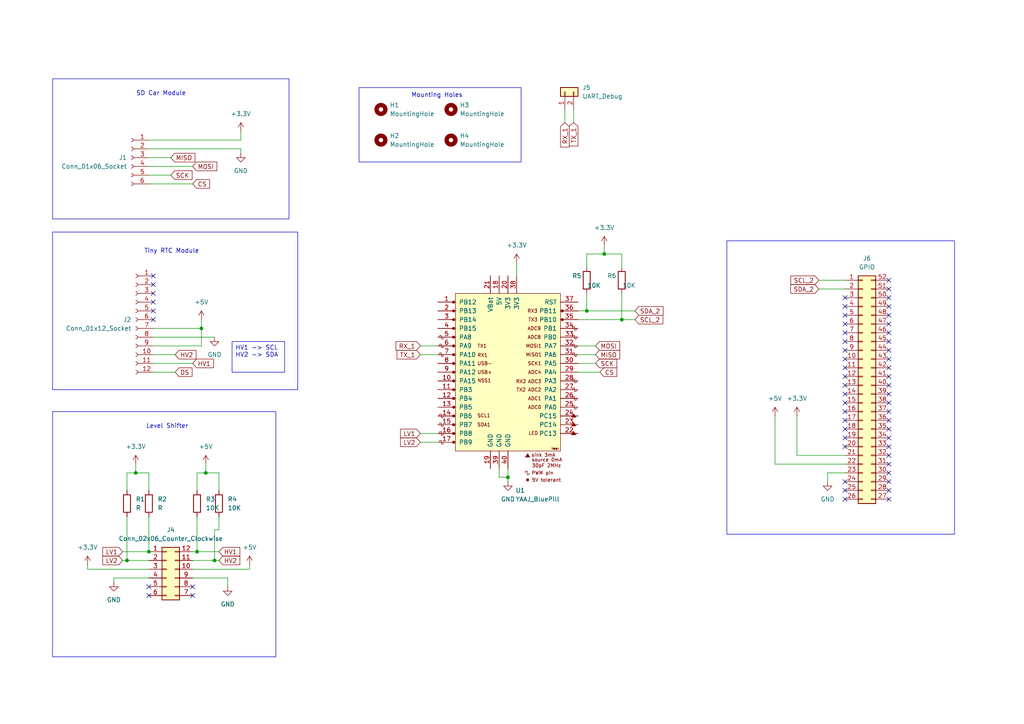
<source format=kicad_sch>
(kicad_sch (version 20231120) (generator "eeschema") (generator_version "8.0")
  (paper "A4")
  (lib_symbols
    (symbol "Connector:Conn_01x06_Socket" (pin_names (offset 1.016) hide)
      (property "Reference" "J" (at 0 7.62 0))
      (property "Value" "Conn_01x06_Socket" (at 0 -10.16 0))
      (symbol "Conn_01x06_Socket_1_1"
        (arc (start 0 -7.112) (mid -0.5058 -7.62) (end 0 -8.128) (stroke (width 0.1524)))
        (arc (start 0 -4.572) (mid -0.5058 -5.08) (end 0 -5.588) (stroke (width 0.1524)))
        (arc (start 0 -2.032) (mid -0.5058 -2.54) (end 0 -3.048) (stroke (width 0.1524)))
        (polyline (pts (xy -1.27 -7.62) (xy -0.508 -7.62)) (stroke (width 0.1524)))
        (polyline (pts (xy -1.27 -5.08) (xy -0.508 -5.08)) (stroke (width 0.1524)))
        (polyline (pts (xy -1.27 -2.54) (xy -0.508 -2.54)) (stroke (width 0.1524)))
        (polyline (pts (xy -1.27 0) (xy -0.508 0)) (stroke (width 0.1524)))
        (polyline (pts (xy -1.27 2.54) (xy -0.508 2.54)) (stroke (width 0.1524)))
        (polyline (pts (xy -1.27 5.08) (xy -0.508 5.08)) (stroke (width 0.1524)))
        (arc (start 0 0.508) (mid -0.5058 0) (end 0 -0.508) (stroke (width 0.1524)))
        (arc (start 0 3.048) (mid -0.5058 2.54) (end 0 2.032) (stroke (width 0.1524)))
        (arc (start 0 5.588) (mid -0.5058 5.08) (end 0 4.572) (stroke (width 0.1524)))
        (pin passive line (at -5.08 5.08 0) (length 3.81) (name "Pin_1") (number "1"))
        (pin passive line (at -5.08 2.54 0) (length 3.81) (name "Pin_2") (number "2"))
        (pin passive line (at -5.08 0 0) (length 3.81) (name "Pin_3") (number "3"))
        (pin passive line (at -5.08 -2.54 0) (length 3.81) (name "Pin_4") (number "4"))
        (pin passive line (at -5.08 -5.08 0) (length 3.81) (name "Pin_5") (number "5"))
        (pin passive line (at -5.08 -7.62 0) (length 3.81) (name "Pin_6") (number "6"))
      )
    )
    (symbol "Connector:Conn_01x12_Socket" (pin_names (offset 1.016) hide)
      (property "Reference" "J" (at 0 15.24 0))
      (property "Value" "Conn_01x12_Socket" (at 0 -17.78 0))
      (symbol "Conn_01x12_Socket_1_1"
        (arc (start 0 -14.732) (mid -0.5058 -15.24) (end 0 -15.748) (stroke (width 0.1524)))
        (arc (start 0 -12.192) (mid -0.5058 -12.7) (end 0 -13.208) (stroke (width 0.1524)))
        (arc (start 0 -9.652) (mid -0.5058 -10.16) (end 0 -10.668) (stroke (width 0.1524)))
        (arc (start 0 -7.112) (mid -0.5058 -7.62) (end 0 -8.128) (stroke (width 0.1524)))
        (arc (start 0 -4.572) (mid -0.5058 -5.08) (end 0 -5.588) (stroke (width 0.1524)))
        (arc (start 0 -2.032) (mid -0.5058 -2.54) (end 0 -3.048) (stroke (width 0.1524)))
        (polyline (pts (xy -1.27 -15.24) (xy -0.508 -15.24)) (stroke (width 0.1524)))
        (polyline (pts (xy -1.27 -12.7) (xy -0.508 -12.7)) (stroke (width 0.1524)))
        (polyline (pts (xy -1.27 -10.16) (xy -0.508 -10.16)) (stroke (width 0.1524)))
        (polyline (pts (xy -1.27 -7.62) (xy -0.508 -7.62)) (stroke (width 0.1524)))
        (polyline (pts (xy -1.27 -5.08) (xy -0.508 -5.08)) (stroke (width 0.1524)))
        (polyline (pts (xy -1.27 -2.54) (xy -0.508 -2.54)) (stroke (width 0.1524)))
        (polyline (pts (xy -1.27 0) (xy -0.508 0)) (stroke (width 0.1524)))
        (polyline (pts (xy -1.27 2.54) (xy -0.508 2.54)) (stroke (width 0.1524)))
        (polyline (pts (xy -1.27 5.08) (xy -0.508 5.08)) (stroke (width 0.1524)))
        (polyline (pts (xy -1.27 7.62) (xy -0.508 7.62)) (stroke (width 0.1524)))
        (polyline (pts (xy -1.27 10.16) (xy -0.508 10.16)) (stroke (width 0.1524)))
        (polyline (pts (xy -1.27 12.7) (xy -0.508 12.7)) (stroke (width 0.1524)))
        (arc (start 0 0.508) (mid -0.5058 0) (end 0 -0.508) (stroke (width 0.1524)))
        (arc (start 0 3.048) (mid -0.5058 2.54) (end 0 2.032) (stroke (width 0.1524)))
        (arc (start 0 5.588) (mid -0.5058 5.08) (end 0 4.572) (stroke (width 0.1524)))
        (arc (start 0 8.128) (mid -0.5058 7.62) (end 0 7.112) (stroke (width 0.1524)))
        (arc (start 0 10.668) (mid -0.5058 10.16) (end 0 9.652) (stroke (width 0.1524)))
        (arc (start 0 13.208) (mid -0.5058 12.7) (end 0 12.192) (stroke (width 0.1524)))
        (pin passive line (at -5.08 12.7 0) (length 3.81) (name "Pin_1") (number "1"))
        (pin passive line (at -5.08 -10.16 0) (length 3.81) (name "Pin_10") (number "10"))
        (pin passive line (at -5.08 -12.7 0) (length 3.81) (name "Pin_11") (number "11"))
        (pin passive line (at -5.08 -15.24 0) (length 3.81) (name "Pin_12") (number "12"))
        (pin passive line (at -5.08 10.16 0) (length 3.81) (name "Pin_2") (number "2"))
        (pin passive line (at -5.08 7.62 0) (length 3.81) (name "Pin_3") (number "3"))
        (pin passive line (at -5.08 5.08 0) (length 3.81) (name "Pin_4") (number "4"))
        (pin passive line (at -5.08 2.54 0) (length 3.81) (name "Pin_5") (number "5"))
        (pin passive line (at -5.08 0 0) (length 3.81) (name "Pin_6") (number "6"))
        (pin passive line (at -5.08 -2.54 0) (length 3.81) (name "Pin_7") (number "7"))
        (pin passive line (at -5.08 -5.08 0) (length 3.81) (name "Pin_8") (number "8"))
        (pin passive line (at -5.08 -7.62 0) (length 3.81) (name "Pin_9") (number "9"))
      )
    )
    (symbol "Connector_Generic:Conn_01x02" (pin_names (offset 1.016) hide)
      (property "Reference" "J" (at 0 2.54 0))
      (property "Value" "Conn_01x02" (at 0 -5.08 0))
      (symbol "Conn_01x02_1_1"
        (rectangle (start -1.27 -2.413) (end 0 -2.667) (stroke (width 0.1524)))
        (rectangle (start -1.27 0.127) (end 0 -0.127) (stroke (width 0.1524)))
        (rectangle (start -1.27 1.27) (end 1.27 -3.81) (stroke (width 0.254)) (fill (type background)))
        (pin passive line (at -5.08 0 0) (length 3.81) (name "Pin_1") (number "1"))
        (pin passive line (at -5.08 -2.54 0) (length 3.81) (name "Pin_2") (number "2"))
      )
    )
    (symbol "Connector_Generic:Conn_02x06_Counter_Clockwise" (pin_names (offset 1.016) hide)
      (property "Reference" "J" (at 1.27 7.62 0))
      (property "Value" "Conn_02x06_Counter_Clockwise" (at 1.27 -10.16 0))
      (symbol "Conn_02x06_Counter_Clockwise_1_1"
        (rectangle (start -1.27 -7.493) (end 0 -7.747) (stroke (width 0.1524)))
        (rectangle (start -1.27 -4.953) (end 0 -5.207) (stroke (width 0.1524)))
        (rectangle (start -1.27 -2.413) (end 0 -2.667) (stroke (width 0.1524)))
        (rectangle (start -1.27 0.127) (end 0 -0.127) (stroke (width 0.1524)))
        (rectangle (start -1.27 2.667) (end 0 2.413) (stroke (width 0.1524)))
        (rectangle (start -1.27 5.207) (end 0 4.953) (stroke (width 0.1524)))
        (rectangle (start -1.27 6.35) (end 3.81 -8.89) (stroke (width 0.254)) (fill (type background)))
        (rectangle (start 3.81 -7.493) (end 2.54 -7.747) (stroke (width 0.1524)))
        (rectangle (start 3.81 -4.953) (end 2.54 -5.207) (stroke (width 0.1524)))
        (rectangle (start 3.81 -2.413) (end 2.54 -2.667) (stroke (width 0.1524)))
        (rectangle (start 3.81 0.127) (end 2.54 -0.127) (stroke (width 0.1524)))
        (rectangle (start 3.81 2.667) (end 2.54 2.413) (stroke (width 0.1524)))
        (rectangle (start 3.81 5.207) (end 2.54 4.953) (stroke (width 0.1524)))
        (pin passive line (at -5.08 5.08 0) (length 3.81) (name "Pin_1") (number "1"))
        (pin passive line (at 7.62 0 180) (length 3.81) (name "Pin_10") (number "10"))
        (pin passive line (at 7.62 2.54 180) (length 3.81) (name "Pin_11") (number "11"))
        (pin passive line (at 7.62 5.08 180) (length 3.81) (name "Pin_12") (number "12"))
        (pin passive line (at -5.08 2.54 0) (length 3.81) (name "Pin_2") (number "2"))
        (pin passive line (at -5.08 0 0) (length 3.81) (name "Pin_3") (number "3"))
        (pin passive line (at -5.08 -2.54 0) (length 3.81) (name "Pin_4") (number "4"))
        (pin passive line (at -5.08 -5.08 0) (length 3.81) (name "Pin_5") (number "5"))
        (pin passive line (at -5.08 -7.62 0) (length 3.81) (name "Pin_6") (number "6"))
        (pin passive line (at 7.62 -7.62 180) (length 3.81) (name "Pin_7") (number "7"))
        (pin passive line (at 7.62 -5.08 180) (length 3.81) (name "Pin_8") (number "8"))
        (pin passive line (at 7.62 -2.54 180) (length 3.81) (name "Pin_9") (number "9"))
      )
    )
    (symbol "Connector_Generic:Conn_02x26_Counter_Clockwise" (pin_names (offset 1.016) hide)
      (property "Reference" "J" (at 1.27 33.02 0))
      (property "Value" "Conn_02x26_Counter_Clockwise" (at 1.27 -35.56 0))
      (symbol "Conn_02x26_Counter_Clockwise_1_1"
        (rectangle (start -1.27 -32.893) (end 0 -33.147) (stroke (width 0.1524)))
        (rectangle (start -1.27 -30.353) (end 0 -30.607) (stroke (width 0.1524)))
        (rectangle (start -1.27 -27.813) (end 0 -28.067) (stroke (width 0.1524)))
        (rectangle (start -1.27 -25.273) (end 0 -25.527) (stroke (width 0.1524)))
        (rectangle (start -1.27 -22.733) (end 0 -22.987) (stroke (width 0.1524)))
        (rectangle (start -1.27 -20.193) (end 0 -20.447) (stroke (width 0.1524)))
        (rectangle (start -1.27 -17.653) (end 0 -17.907) (stroke (width 0.1524)))
        (rectangle (start -1.27 -15.113) (end 0 -15.367) (stroke (width 0.1524)))
        (rectangle (start -1.27 -12.573) (end 0 -12.827) (stroke (width 0.1524)))
        (rectangle (start -1.27 -10.033) (end 0 -10.287) (stroke (width 0.1524)))
        (rectangle (start -1.27 -7.493) (end 0 -7.747) (stroke (width 0.1524)))
        (rectangle (start -1.27 -4.953) (end 0 -5.207) (stroke (width 0.1524)))
        (rectangle (start -1.27 -2.413) (end 0 -2.667) (stroke (width 0.1524)))
        (rectangle (start -1.27 0.127) (end 0 -0.127) (stroke (width 0.1524)))
        (rectangle (start -1.27 2.667) (end 0 2.413) (stroke (width 0.1524)))
        (rectangle (start -1.27 5.207) (end 0 4.953) (stroke (width 0.1524)))
        (rectangle (start -1.27 7.747) (end 0 7.493) (stroke (width 0.1524)))
        (rectangle (start -1.27 10.287) (end 0 10.033) (stroke (width 0.1524)))
        (rectangle (start -1.27 12.827) (end 0 12.573) (stroke (width 0.1524)))
        (rectangle (start -1.27 15.367) (end 0 15.113) (stroke (width 0.1524)))
        (rectangle (start -1.27 17.907) (end 0 17.653) (stroke (width 0.1524)))
        (rectangle (start -1.27 20.447) (end 0 20.193) (stroke (width 0.1524)))
        (rectangle (start -1.27 22.987) (end 0 22.733) (stroke (width 0.1524)))
        (rectangle (start -1.27 25.527) (end 0 25.273) (stroke (width 0.1524)))
        (rectangle (start -1.27 28.067) (end 0 27.813) (stroke (width 0.1524)))
        (rectangle (start -1.27 30.607) (end 0 30.353) (stroke (width 0.1524)))
        (rectangle (start -1.27 31.75) (end 3.81 -34.29) (stroke (width 0.254)) (fill (type background)))
        (rectangle (start 3.81 -32.893) (end 2.54 -33.147) (stroke (width 0.1524)))
        (rectangle (start 3.81 -30.353) (end 2.54 -30.607) (stroke (width 0.1524)))
        (rectangle (start 3.81 -27.813) (end 2.54 -28.067) (stroke (width 0.1524)))
        (rectangle (start 3.81 -25.273) (end 2.54 -25.527) (stroke (width 0.1524)))
        (rectangle (start 3.81 -22.733) (end 2.54 -22.987) (stroke (width 0.1524)))
        (rectangle (start 3.81 -20.193) (end 2.54 -20.447) (stroke (width 0.1524)))
        (rectangle (start 3.81 -17.653) (end 2.54 -17.907) (stroke (width 0.1524)))
        (rectangle (start 3.81 -15.113) (end 2.54 -15.367) (stroke (width 0.1524)))
        (rectangle (start 3.81 -12.573) (end 2.54 -12.827) (stroke (width 0.1524)))
        (rectangle (start 3.81 -10.033) (end 2.54 -10.287) (stroke (width 0.1524)))
        (rectangle (start 3.81 -7.493) (end 2.54 -7.747) (stroke (width 0.1524)))
        (rectangle (start 3.81 -4.953) (end 2.54 -5.207) (stroke (width 0.1524)))
        (rectangle (start 3.81 -2.413) (end 2.54 -2.667) (stroke (width 0.1524)))
        (rectangle (start 3.81 0.127) (end 2.54 -0.127) (stroke (width 0.1524)))
        (rectangle (start 3.81 2.667) (end 2.54 2.413) (stroke (width 0.1524)))
        (rectangle (start 3.81 5.207) (end 2.54 4.953) (stroke (width 0.1524)))
        (rectangle (start 3.81 7.747) (end 2.54 7.493) (stroke (width 0.1524)))
        (rectangle (start 3.81 10.287) (end 2.54 10.033) (stroke (width 0.1524)))
        (rectangle (start 3.81 12.827) (end 2.54 12.573) (stroke (width 0.1524)))
        (rectangle (start 3.81 15.367) (end 2.54 15.113) (stroke (width 0.1524)))
        (rectangle (start 3.81 17.907) (end 2.54 17.653) (stroke (width 0.1524)))
        (rectangle (start 3.81 20.447) (end 2.54 20.193) (stroke (width 0.1524)))
        (rectangle (start 3.81 22.987) (end 2.54 22.733) (stroke (width 0.1524)))
        (rectangle (start 3.81 25.527) (end 2.54 25.273) (stroke (width 0.1524)))
        (rectangle (start 3.81 28.067) (end 2.54 27.813) (stroke (width 0.1524)))
        (rectangle (start 3.81 30.607) (end 2.54 30.353) (stroke (width 0.1524)))
        (pin passive line (at -5.08 30.48 0) (length 3.81) (name "Pin_1") (number "1"))
        (pin passive line (at -5.08 7.62 0) (length 3.81) (name "Pin_10") (number "10"))
        (pin passive line (at -5.08 5.08 0) (length 3.81) (name "Pin_11") (number "11"))
        (pin passive line (at -5.08 2.54 0) (length 3.81) (name "Pin_12") (number "12"))
        (pin passive line (at -5.08 0 0) (length 3.81) (name "Pin_13") (number "13"))
        (pin passive line (at -5.08 -2.54 0) (length 3.81) (name "Pin_14") (number "14"))
        (pin passive line (at -5.08 -5.08 0) (length 3.81) (name "Pin_15") (number "15"))
        (pin passive line (at -5.08 -7.62 0) (length 3.81) (name "Pin_16") (number "16"))
        (pin passive line (at -5.08 -10.16 0) (length 3.81) (name "Pin_17") (number "17"))
        (pin passive line (at -5.08 -12.7 0) (length 3.81) (name "Pin_18") (number "18"))
        (pin passive line (at -5.08 -15.24 0) (length 3.81) (name "Pin_19") (number "19"))
        (pin passive line (at -5.08 27.94 0) (length 3.81) (name "Pin_2") (number "2"))
        (pin passive line (at -5.08 -17.78 0) (length 3.81) (name "Pin_20") (number "20"))
        (pin passive line (at -5.08 -20.32 0) (length 3.81) (name "Pin_21") (number "21"))
        (pin passive line (at -5.08 -22.86 0) (length 3.81) (name "Pin_22") (number "22"))
        (pin passive line (at -5.08 -25.4 0) (length 3.81) (name "Pin_23") (number "23"))
        (pin passive line (at -5.08 -27.94 0) (length 3.81) (name "Pin_24") (number "24"))
        (pin passive line (at -5.08 -30.48 0) (length 3.81) (name "Pin_25") (number "25"))
        (pin passive line (at -5.08 -33.02 0) (length 3.81) (name "Pin_26") (number "26"))
        (pin passive line (at 7.62 -33.02 180) (length 3.81) (name "Pin_27") (number "27"))
        (pin passive line (at 7.62 -30.48 180) (length 3.81) (name "Pin_28") (number "28"))
        (pin passive line (at 7.62 -27.94 180) (length 3.81) (name "Pin_29") (number "29"))
        (pin passive line (at -5.08 25.4 0) (length 3.81) (name "Pin_3") (number "3"))
        (pin passive line (at 7.62 -25.4 180) (length 3.81) (name "Pin_30") (number "30"))
        (pin passive line (at 7.62 -22.86 180) (length 3.81) (name "Pin_31") (number "31"))
        (pin passive line (at 7.62 -20.32 180) (length 3.81) (name "Pin_32") (number "32"))
        (pin passive line (at 7.62 -17.78 180) (length 3.81) (name "Pin_33") (number "33"))
        (pin passive line (at 7.62 -15.24 180) (length 3.81) (name "Pin_34") (number "34"))
        (pin passive line (at 7.62 -12.7 180) (length 3.81) (name "Pin_35") (number "35"))
        (pin passive line (at 7.62 -10.16 180) (length 3.81) (name "Pin_36") (number "36"))
        (pin passive line (at 7.62 -7.62 180) (length 3.81) (name "Pin_37") (number "37"))
        (pin passive line (at 7.62 -5.08 180) (length 3.81) (name "Pin_38") (number "38"))
        (pin passive line (at 7.62 -2.54 180) (length 3.81) (name "Pin_39") (number "39"))
        (pin passive line (at -5.08 22.86 0) (length 3.81) (name "Pin_4") (number "4"))
        (pin passive line (at 7.62 0 180) (length 3.81) (name "Pin_40") (number "40"))
        (pin passive line (at 7.62 2.54 180) (length 3.81) (name "Pin_41") (number "41"))
        (pin passive line (at 7.62 5.08 180) (length 3.81) (name "Pin_42") (number "42"))
        (pin passive line (at 7.62 7.62 180) (length 3.81) (name "Pin_43") (number "43"))
        (pin passive line (at 7.62 10.16 180) (length 3.81) (name "Pin_44") (number "44"))
        (pin passive line (at 7.62 12.7 180) (length 3.81) (name "Pin_45") (number "45"))
        (pin passive line (at 7.62 15.24 180) (length 3.81) (name "Pin_46") (number "46"))
        (pin passive line (at 7.62 17.78 180) (length 3.81) (name "Pin_47") (number "47"))
        (pin passive line (at 7.62 20.32 180) (length 3.81) (name "Pin_48") (number "48"))
        (pin passive line (at 7.62 22.86 180) (length 3.81) (name "Pin_49") (number "49"))
        (pin passive line (at -5.08 20.32 0) (length 3.81) (name "Pin_5") (number "5"))
        (pin passive line (at 7.62 25.4 180) (length 3.81) (name "Pin_50") (number "50"))
        (pin passive line (at 7.62 27.94 180) (length 3.81) (name "Pin_51") (number "51"))
        (pin passive line (at 7.62 30.48 180) (length 3.81) (name "Pin_52") (number "52"))
        (pin passive line (at -5.08 17.78 0) (length 3.81) (name "Pin_6") (number "6"))
        (pin passive line (at -5.08 15.24 0) (length 3.81) (name "Pin_7") (number "7"))
        (pin passive line (at -5.08 12.7 0) (length 3.81) (name "Pin_8") (number "8"))
        (pin passive line (at -5.08 10.16 0) (length 3.81) (name "Pin_9") (number "9"))
      )
    )
    (symbol "Device:R" (pin_numbers hide) (pin_names (offset 0))
      (property "Reference" "R" (at 2.032 0 90))
      (property "Value" "R" (at 0 0 90))
      (symbol "R_0_1"
        (rectangle (start -1.016 -2.54) (end 1.016 2.54) (stroke (width 0.254)))
      )
      (symbol "R_1_1"
        (pin passive line (at 0 3.81 270) (length 1.27) (name "~") (number "1"))
        (pin passive line (at 0 -3.81 90) (length 1.27) (name "~") (number "2"))
      )
    )
    (symbol "Mechanical:MountingHole" (pin_names (offset 1.016)) (exclude_from_sim yes) (in_bom no)
      (property "Reference" "H" (at 0 5.08 0))
      (property "Value" "MountingHole" (at 0 3.175 0))
      (symbol "MountingHole_0_1"
        (circle (center 0 0) (radius 1.27) (stroke (width 1.27)))
      )
    )
    (symbol "New_Library:YAAJ_BluePill" (pin_names (offset 1.016))
      (property "Reference" "U" (at -13.97 24.13 0))
      (property "Value" "YAAJ_BluePill" (at 0 6.35 90))
      (symbol "YAAJ_BluePill_0_0"
        (circle (center -15.748 -20.32) (radius 0.3556) (fill (type outline)))
        (circle (center -15.748 -17.78) (radius 0.3556) (fill (type outline)))
        (circle (center -15.748 -15.24) (radius 0.3556) (fill (type outline)))
        (circle (center -15.748 -12.7) (radius 0.3556) (fill (type outline)))
        (circle (center -15.748 -10.16) (radius 0.3556) (fill (type outline)))
        (circle (center -15.748 -7.62) (radius 0.3556) (fill (type outline)))
        (circle (center -15.748 -5.08) (radius 0.3556) (fill (type outline)))
        (circle (center -15.748 -2.54) (radius 0.3556) (fill (type outline)))
        (circle (center -15.748 0) (radius 0.3556) (fill (type outline)))
        (circle (center -15.748 2.54) (radius 0.3556) (fill (type outline)))
        (circle (center -15.748 5.08) (radius 0.3556) (fill (type outline)))
        (circle (center -15.748 7.62) (radius 0.3556) (fill (type outline)))
        (circle (center -15.748 10.16) (radius 0.3556) (fill (type outline)))
        (circle (center -15.748 12.7) (radius 0.3556) (fill (type outline)))
        (circle (center -15.748 15.24) (radius 0.3556) (fill (type outline)))
        (circle (center -15.748 20.32) (radius 0.3556) (fill (type outline)))
        (polyline (pts (xy 5.08 -24.638) (xy 5.715 -23.622) (xy 6.35 -24.638) (xy 5.08 -24.638) (xy 5.715 -23.749) (xy 6.223 -24.638) (xy 5.207 -24.511) (xy 5.715 -23.876) (xy 6.096 -24.638) (xy 5.334 -24.384) (xy 5.842 -24.003) (xy 5.969 -24.638) (xy 5.461 -24.257) (xy 5.969 -24.13) (xy 5.842 -24.511) (xy 5.588 -24.257) (xy 5.842 -24.384) (xy 5.715 -24.13)))
        (polyline (pts (xy 18.415 -18.161) (xy 19.05 -17.145) (xy 19.685 -18.161) (xy 18.415 -18.161) (xy 19.05 -17.272) (xy 19.558 -18.161) (xy 18.542 -18.034) (xy 19.05 -17.399) (xy 19.431 -18.161) (xy 18.669 -17.907) (xy 19.177 -17.526) (xy 19.304 -18.161) (xy 18.796 -17.78) (xy 19.304 -17.653) (xy 19.177 -18.034) (xy 18.923 -17.78) (xy 19.177 -17.907) (xy 19.05 -17.653)))
        (polyline (pts (xy 18.415 -15.621) (xy 19.05 -14.605) (xy 19.685 -15.621) (xy 18.415 -15.621) (xy 19.05 -14.732) (xy 19.558 -15.621) (xy 18.542 -15.494) (xy 19.05 -14.859) (xy 19.431 -15.621) (xy 18.669 -15.367) (xy 19.177 -14.986) (xy 19.304 -15.621) (xy 18.796 -15.24) (xy 19.304 -15.113) (xy 19.177 -15.494) (xy 18.923 -15.24) (xy 19.177 -15.367) (xy 19.05 -15.113)))
        (polyline (pts (xy 18.415 -13.081) (xy 19.05 -12.065) (xy 19.685 -13.081) (xy 18.415 -13.081) (xy 19.05 -12.192) (xy 19.558 -13.081) (xy 18.542 -12.954) (xy 19.05 -12.319) (xy 19.431 -13.081) (xy 18.669 -12.827) (xy 19.177 -12.446) (xy 19.304 -13.081) (xy 18.796 -12.7) (xy 19.304 -12.573) (xy 19.177 -12.954) (xy 18.923 -12.7) (xy 19.177 -12.827) (xy 19.05 -12.573)))
        (circle (center 5.715 -31.242) (radius 0.127) (fill (type outline)))
        (circle (center 5.715 -31.242) (radius 0.254))
        (circle (center 5.715 -31.242) (radius 0.3556))
        (circle (center 15.748 15.24) (radius 0.254) (fill (type outline)))
        (circle (center 15.748 15.24) (radius 0.3556))
        (circle (center 15.748 17.78) (radius 0.254) (fill (type outline)))
        (circle (center 15.748 17.78) (radius 0.3556))
        (text "30pF 2MHz" (at 11.176 -27.051 0) (effects (font (size 0.9906 0.9906))))
        (text "5V tolerant" (at 11.176 -31.242 0) (effects (font (size 0.9906 0.9906))))
        (text "ADC0" (at 7.747 -10.16 0) (effects (font (size 0.9906 0.9906))))
        (text "ADC1" (at 7.747 -7.62 0) (effects (font (size 0.9906 0.9906))))
        (text "ADC2" (at 7.747 -5.08 0) (effects (font (size 0.9906 0.9906))))
        (text "ADC3" (at 7.747 -2.667 0) (effects (font (size 0.9906 0.9906))))
        (text "ADC4" (at 7.747 0 0) (effects (font (size 0.9906 0.9906))))
        (text "ADC8" (at 7.62 10.16 0) (effects (font (size 0.9906 0.9906))))
        (text "ADC9" (at 7.62 12.7 0) (effects (font (size 0.9906 0.9906))))
        (text "LED" (at 7.366 -17.653 0) (effects (font (size 0.9906 0.9906))))
        (text "MISO1" (at 7.493 5.08 0) (effects (font (size 0.9906 0.9906))))
        (text "MOSI1" (at 7.493 7.62 0) (effects (font (size 0.9906 0.9906))))
        (text "NSS1" (at -6.858 -2.413 0) (effects (font (size 0.9906 0.9906))))
        (text "PWM pin" (at 10.033 -29.21 0) (effects (font (size 0.9906 0.9906))))
        (text "RX1" (at -7.366 4.953 0) (effects (font (size 0.9906 0.9906))))
        (text "RX2" (at 3.81 -2.667 0) (effects (font (size 0.9906 0.9906))))
        (text "RX3" (at 7.112 17.78 0) (effects (font (size 0.9906 0.9906))))
        (text "SCK1" (at 7.747 2.54 0) (effects (font (size 0.9906 0.9906))))
        (text "SCL1" (at -6.985 -12.573 0) (effects (font (size 0.9906 0.9906))))
        (text "SDA1" (at -6.985 -15.24 0) (effects (font (size 0.9906 0.9906))))
        (text "sink 3mA" (at 10.287 -24.003 0) (effects (font (size 0.9906 0.9906))))
        (text "source 0mA" (at 11.303 -25.4 0) (effects (font (size 0.9906 0.9906))))
        (text "TX1" (at -7.493 7.62 0) (effects (font (size 0.9906 0.9906))))
        (text "TX2" (at 3.81 -5.08 0) (effects (font (size 0.9906 0.9906))))
        (text "TX3" (at 7.239 15.24 0) (effects (font (size 0.9906 0.9906))))
        (text "USB+" (at -6.731 0 0) (effects (font (size 0.9906 0.9906))))
        (text "USB-" (at -6.731 2.54 0) (effects (font (size 0.9906 0.9906))))
        (text "Y@@J" (at 13.6906 -22.1488 0) (effects (font (size 0.508 0.508))))
      )
      (symbol "YAAJ_BluePill_0_1"
        (rectangle (start -15.24 22.86) (end 15.24 -22.86) (fill (type background)))
        (polyline (pts (xy -18.796 -20.32) (xy -18.796 -20.828) (xy -19.304 -20.828) (xy -19.304 -19.812) (xy -19.812 -19.812) (xy -19.812 -20.32)))
        (polyline (pts (xy -18.796 -17.78) (xy -18.796 -18.288) (xy -19.304 -18.288) (xy -19.304 -17.272) (xy -19.812 -17.272) (xy -19.812 -17.78)))
        (polyline (pts (xy -18.796 -15.24) (xy -18.796 -15.748) (xy -19.304 -15.748) (xy -19.304 -14.732) (xy -19.812 -14.732) (xy -19.812 -15.24)))
        (polyline (pts (xy -18.796 -12.7) (xy -18.796 -13.208) (xy -19.304 -13.208) (xy -19.304 -12.192) (xy -19.812 -12.192) (xy -19.812 -12.7)))
        (polyline (pts (xy -18.796 5.08) (xy -18.796 4.572) (xy -19.304 4.572) (xy -19.304 5.588) (xy -19.812 5.588) (xy -19.812 5.08)))
        (polyline (pts (xy -18.796 7.62) (xy -18.796 7.112) (xy -19.304 7.112) (xy -19.304 8.128) (xy -19.812 8.128) (xy -19.812 7.62)))
        (polyline (pts (xy -18.796 10.16) (xy -18.796 9.652) (xy -19.304 9.652) (xy -19.304 10.668) (xy -19.812 10.668) (xy -19.812 10.16)))
        (polyline (pts (xy 6.096 -29.21) (xy 6.096 -29.718) (xy 5.588 -29.718) (xy 5.588 -28.702) (xy 5.08 -28.702) (xy 5.08 -29.21)))
        (polyline (pts (xy 19.812 -10.16) (xy 19.812 -10.668) (xy 19.304 -10.668) (xy 19.304 -9.652) (xy 18.796 -9.652) (xy 18.796 -10.16)))
        (polyline (pts (xy 19.812 -7.62) (xy 19.812 -8.128) (xy 19.304 -8.128) (xy 19.304 -7.112) (xy 18.796 -7.112) (xy 18.796 -7.62)))
        (polyline (pts (xy 19.812 -5.08) (xy 19.812 -5.588) (xy 19.304 -5.588) (xy 19.304 -4.572) (xy 18.796 -4.572) (xy 18.796 -5.08)))
        (polyline (pts (xy 19.812 -2.54) (xy 19.812 -3.048) (xy 19.304 -3.048) (xy 19.304 -2.032) (xy 18.796 -2.032) (xy 18.796 -2.54)))
        (polyline (pts (xy 19.812 5.08) (xy 19.812 4.572) (xy 19.304 4.572) (xy 19.304 5.588) (xy 18.796 5.588) (xy 18.796 5.08)))
        (polyline (pts (xy 19.812 7.62) (xy 19.812 7.112) (xy 19.304 7.112) (xy 19.304 8.128) (xy 18.796 8.128) (xy 18.796 7.62)))
        (polyline (pts (xy 19.812 10.16) (xy 19.812 9.652) (xy 19.304 9.652) (xy 19.304 10.668) (xy 18.796 10.668) (xy 18.796 10.16)))
        (polyline (pts (xy 19.812 12.7) (xy 19.812 12.192) (xy 19.304 12.192) (xy 19.304 13.208) (xy 18.796 13.208) (xy 18.796 12.7)))
      )
      (symbol "YAAJ_BluePill_1_1"
        (circle (center -15.748 17.78) (radius 0.3556) (fill (type outline)))
        (pin bidirectional line (at -20.32 20.32 0) (length 5.08) (name "PB12") (number "1"))
        (pin bidirectional line (at -20.32 -2.54 0) (length 5.08) (name "PA15") (number "10"))
        (pin bidirectional line (at -20.32 -5.08 0) (length 5.08) (name "PB3") (number "11"))
        (pin bidirectional line (at -20.32 -7.62 0) (length 5.08) (name "PB4") (number "12"))
        (pin bidirectional line (at -20.32 -10.16 0) (length 5.08) (name "PB5") (number "13"))
        (pin bidirectional line (at -20.32 -12.7 0) (length 5.08) (name "PB6") (number "14"))
        (pin bidirectional line (at -20.32 -15.24 0) (length 5.08) (name "PB7") (number "15"))
        (pin bidirectional line (at -20.32 -17.78 0) (length 5.08) (name "PB8") (number "16"))
        (pin bidirectional line (at -20.32 -20.32 0) (length 5.08) (name "PB9") (number "17"))
        (pin power_in line (at -2.54 27.94 270) (length 5.08) (name "5V") (number "18"))
        (pin power_in line (at -5.08 -27.94 90) (length 5.08) (name "GND") (number "19"))
        (pin bidirectional line (at -20.32 17.78 0) (length 5.08) (name "PB13") (number "2"))
        (pin power_in line (at 0 27.94 270) (length 5.08) (name "3V3") (number "20"))
        (pin power_in line (at -5.08 27.94 270) (length 5.08) (name "VBat") (number "21"))
        (pin bidirectional line (at 20.32 -17.78 180) (length 5.08) (name "PC13") (number "22"))
        (pin bidirectional line (at 20.32 -15.24 180) (length 5.08) (name "PC14") (number "23"))
        (pin bidirectional line (at 20.32 -12.7 180) (length 5.08) (name "PC15") (number "24"))
        (pin bidirectional line (at 20.32 -10.16 180) (length 5.08) (name "PA0") (number "25"))
        (pin bidirectional line (at 20.32 -7.62 180) (length 5.08) (name "PA1") (number "26"))
        (pin bidirectional line (at 20.32 -5.08 180) (length 5.08) (name "PA2") (number "27"))
        (pin bidirectional line (at 20.32 -2.54 180) (length 5.08) (name "PA3") (number "28"))
        (pin bidirectional line (at 20.32 0 180) (length 5.08) (name "PA4") (number "29"))
        (pin bidirectional line (at -20.32 15.24 0) (length 5.08) (name "PB14") (number "3"))
        (pin bidirectional line (at 20.32 2.54 180) (length 5.08) (name "PA5") (number "30"))
        (pin bidirectional line (at 20.32 5.08 180) (length 5.08) (name "PA6") (number "31"))
        (pin bidirectional line (at 20.32 7.62 180) (length 5.08) (name "PA7") (number "32"))
        (pin bidirectional line (at 20.32 10.16 180) (length 5.08) (name "PB0") (number "33"))
        (pin bidirectional line (at 20.32 12.7 180) (length 5.08) (name "PB1") (number "34"))
        (pin bidirectional line (at 20.32 15.24 180) (length 5.08) (name "PB10") (number "35"))
        (pin bidirectional line (at 20.32 17.78 180) (length 5.08) (name "PB11") (number "36"))
        (pin input line (at 20.32 20.32 180) (length 5.08) (name "RST") (number "37"))
        (pin power_in line (at 2.54 27.94 270) (length 5.08) (name "3V3") (number "38"))
        (pin power_in line (at -2.54 -27.94 90) (length 5.08) (name "GND") (number "39"))
        (pin bidirectional line (at -20.32 12.7 0) (length 5.08) (name "PB15") (number "4"))
        (pin power_in line (at 0 -27.94 90) (length 5.08) (name "GND") (number "40"))
        (pin bidirectional line (at -20.32 10.16 0) (length 5.08) (name "PA8") (number "5"))
        (pin bidirectional line (at -20.32 7.62 0) (length 5.08) (name "PA9") (number "6"))
        (pin bidirectional line (at -20.32 5.08 0) (length 5.08) (name "PA10") (number "7"))
        (pin bidirectional line (at -20.32 2.54 0) (length 5.08) (name "PA11") (number "8"))
        (pin bidirectional line (at -20.32 0 0) (length 5.08) (name "PA12") (number "9"))
      )
    )
    (symbol "power:+3.3V" (power) (pin_numbers hide) (pin_names (offset 0) hide)
      (property "Value" "+3.3V" (at 0 3.556 0))
      (symbol "+3.3V_0_1"
        (polyline (pts (xy -0.762 1.27) (xy 0 2.54)))
        (polyline (pts (xy 0 0) (xy 0 2.54)))
        (polyline (pts (xy 0 2.54) (xy 0.762 1.27)))
      )
      (symbol "+3.3V_1_1"
        (pin power_in line (at 0 0 90) (length 0) (name "~") (number "1"))
      )
    )
    (symbol "power:+5V" (power) (pin_numbers hide) (pin_names (offset 0) hide)
      (property "Value" "+5V" (at 0 3.556 0))
      (symbol "+5V_0_1"
        (polyline (pts (xy -0.762 1.27) (xy 0 2.54)))
        (polyline (pts (xy 0 0) (xy 0 2.54)))
        (polyline (pts (xy 0 2.54) (xy 0.762 1.27)))
      )
      (symbol "+5V_1_1"
        (pin power_in line (at 0 0 90) (length 0) (name "~") (number "1"))
      )
    )
    (symbol "power:GND" (power) (pin_numbers hide) (pin_names (offset 0) hide)
      (property "Value" "GND" (at 0 -3.81 0))
      (symbol "GND_0_1"
        (polyline (pts (xy 0 0) (xy 0 -1.27) (xy 1.27 -1.27) (xy 0 -2.54) (xy -1.27 -1.27) (xy 0 -1.27)))
      )
      (symbol "GND_1_1"
        (pin power_in line (at 0 0 270) (length 0) (name "~") (number "1"))
      )
    )
  )
  (junction (at 175.26 73.66))
  (junction (at 39.37 137.16))
  (junction (at 170.18 90.17))
  (junction (at 180.34 92.71))
  (junction (at 58.42 95.25))
  (junction (at 43.18 160.02))
  (junction (at 62.23 162.56))
  (junction (at 57.15 160.02))
  (junction (at 147.32 138.43))
  (junction (at 36.83 162.56))
  (junction (at 59.69 137.16))
  (no_connect (at 245.11 116.84))
  (no_connect (at 257.81 81.28))
  (no_connect (at 245.11 142.24))
  (no_connect (at 257.81 121.92))
  (no_connect (at 245.11 124.46))
  (no_connect (at 257.81 139.7))
  (no_connect (at 245.11 91.44))
  (no_connect (at 44.45 90.17))
  (no_connect (at 257.81 93.98))
  (no_connect (at 44.45 82.55))
  (no_connect (at 257.81 91.44))
  (no_connect (at 55.88 172.72))
  (no_connect (at 257.81 104.14))
  (no_connect (at 257.81 111.76))
  (no_connect (at 245.11 121.92))
  (no_connect (at 257.81 116.84))
  (no_connect (at 245.11 127))
  (no_connect (at 257.81 129.54))
  (no_connect (at 257.81 109.22))
  (no_connect (at 257.81 99.06))
  (no_connect (at 257.81 106.68))
  (no_connect (at 55.88 170.18))
  (no_connect (at 245.11 129.54))
  (no_connect (at 245.11 104.14))
  (no_connect (at 257.81 137.16))
  (no_connect (at 257.81 119.38))
  (no_connect (at 245.11 93.98))
  (no_connect (at 245.11 101.6))
  (no_connect (at 44.45 92.71))
  (no_connect (at 245.11 109.22))
  (no_connect (at 257.81 86.36))
  (no_connect (at 245.11 114.3))
  (no_connect (at 257.81 134.62))
  (no_connect (at 245.11 88.9))
  (no_connect (at 245.11 86.36))
  (no_connect (at 257.81 88.9))
  (no_connect (at 257.81 132.08))
  (no_connect (at 245.11 99.06))
  (no_connect (at 245.11 96.52))
  (no_connect (at 44.45 80.01))
  (no_connect (at 257.81 114.3))
  (no_connect (at 257.81 101.6))
  (no_connect (at 44.45 87.63))
  (no_connect (at 43.18 170.18))
  (no_connect (at 257.81 124.46))
  (no_connect (at 257.81 83.82))
  (no_connect (at 43.18 172.72))
  (no_connect (at 257.81 96.52))
  (no_connect (at 257.81 127))
  (no_connect (at 245.11 111.76))
  (no_connect (at 245.11 144.78))
  (no_connect (at 245.11 139.7))
  (no_connect (at 245.11 106.68))
  (no_connect (at 257.81 144.78))
  (no_connect (at 245.11 119.38))
  (no_connect (at 257.81 142.24))
  (no_connect (at 44.45 85.09))
  (wire (pts (xy 149.86 76.2) (xy 149.86 80.01)))
  (wire (pts (xy 59.69 137.16) (xy 63.5 137.16)))
  (wire (pts (xy 35.56 160.02) (xy 43.18 160.02)))
  (wire (pts (xy 44.45 100.33) (xy 58.42 100.33)))
  (wire (pts (xy 43.18 48.26) (xy 55.88 48.26)))
  (wire (pts (xy 44.45 105.41) (xy 55.88 105.41)))
  (wire (pts (xy 224.79 134.62) (xy 245.11 134.62)))
  (wire (pts (xy 144.78 135.89) (xy 144.78 138.43)))
  (wire (pts (xy 43.18 50.8) (xy 49.53 50.8)))
  (wire (pts (xy 144.78 138.43) (xy 147.32 138.43)))
  (wire (pts (xy 69.85 43.18) (xy 69.85 44.45)))
  (wire (pts (xy 237.49 81.28) (xy 245.11 81.28)))
  (wire (pts (xy 55.88 160.02) (xy 57.15 160.02)))
  (wire (pts (xy 44.45 95.25) (xy 58.42 95.25)))
  (wire (pts (xy 44.45 97.79) (xy 62.23 97.79)))
  (wire (pts (xy 57.15 137.16) (xy 59.69 137.16)))
  (wire (pts (xy 57.15 160.02) (xy 63.5 160.02)))
  (wire (pts (xy 35.56 162.56) (xy 36.83 162.56)))
  (wire (pts (xy 121.92 125.73) (xy 127 125.73)))
  (wire (pts (xy 36.83 142.24) (xy 36.83 137.16)))
  (wire (pts (xy 175.26 71.12) (xy 175.26 73.66)))
  (wire (pts (xy 167.64 107.95) (xy 173.99 107.95)))
  (wire (pts (xy 121.92 100.33) (xy 127 100.33)))
  (wire (pts (xy 121.92 102.87) (xy 127 102.87)))
  (wire (pts (xy 58.42 100.33) (xy 58.42 95.25)))
  (wire (pts (xy 36.83 137.16) (xy 39.37 137.16)))
  (wire (pts (xy 36.83 149.86) (xy 36.83 162.56)))
  (wire (pts (xy 167.64 92.71) (xy 180.34 92.71)))
  (wire (pts (xy 25.4 163.83) (xy 25.4 165.1)))
  (wire (pts (xy 240.03 137.16) (xy 245.11 137.16)))
  (wire (pts (xy 147.32 135.89) (xy 147.32 138.43)))
  (wire (pts (xy 240.03 137.16) (xy 240.03 139.7)))
  (wire (pts (xy 180.34 77.47) (xy 180.34 73.66)))
  (wire (pts (xy 43.18 43.18) (xy 69.85 43.18)))
  (wire (pts (xy 63.5 137.16) (xy 63.5 142.24)))
  (wire (pts (xy 58.42 95.25) (xy 58.42 92.71)))
  (wire (pts (xy 170.18 77.47) (xy 170.18 73.66)))
  (wire (pts (xy 63.5 149.86) (xy 63.5 153.67)))
  (wire (pts (xy 237.49 83.82) (xy 245.11 83.82)))
  (wire (pts (xy 180.34 85.09) (xy 180.34 92.71)))
  (wire (pts (xy 43.18 149.86) (xy 43.18 160.02)))
  (wire (pts (xy 33.02 167.64) (xy 43.18 167.64)))
  (wire (pts (xy 170.18 73.66) (xy 175.26 73.66)))
  (wire (pts (xy 39.37 134.62) (xy 39.37 137.16)))
  (wire (pts (xy 43.18 53.34) (xy 55.88 53.34)))
  (wire (pts (xy 36.83 162.56) (xy 43.18 162.56)))
  (wire (pts (xy 62.23 162.56) (xy 63.5 162.56)))
  (wire (pts (xy 62.23 153.67) (xy 62.23 162.56)))
  (wire (pts (xy 43.18 137.16) (xy 43.18 142.24)))
  (wire (pts (xy 180.34 92.71) (xy 184.15 92.71)))
  (wire (pts (xy 43.18 45.72) (xy 49.53 45.72)))
  (wire (pts (xy 59.69 134.62) (xy 59.69 137.16)))
  (wire (pts (xy 25.4 165.1) (xy 43.18 165.1)))
  (wire (pts (xy 121.92 128.27) (xy 127 128.27)))
  (wire (pts (xy 66.04 167.64) (xy 55.88 167.64)))
  (wire (pts (xy 33.02 168.91) (xy 33.02 167.64)))
  (wire (pts (xy 231.14 120.65) (xy 231.14 132.08)))
  (wire (pts (xy 166.37 31.75) (xy 166.37 35.56)))
  (wire (pts (xy 147.32 138.43) (xy 147.32 139.7)))
  (wire (pts (xy 167.64 100.33) (xy 172.72 100.33)))
  (wire (pts (xy 63.5 153.67) (xy 62.23 153.67)))
  (wire (pts (xy 224.79 120.65) (xy 224.79 134.62)))
  (wire (pts (xy 43.18 40.64) (xy 69.85 40.64)))
  (wire (pts (xy 163.83 31.75) (xy 163.83 35.56)))
  (wire (pts (xy 170.18 90.17) (xy 184.15 90.17)))
  (wire (pts (xy 170.18 85.09) (xy 170.18 90.17)))
  (wire (pts (xy 66.04 170.18) (xy 66.04 167.64)))
  (wire (pts (xy 44.45 102.87) (xy 50.8 102.87)))
  (wire (pts (xy 57.15 149.86) (xy 57.15 160.02)))
  (wire (pts (xy 72.39 165.1) (xy 55.88 165.1)))
  (wire (pts (xy 167.64 102.87) (xy 172.72 102.87)))
  (wire (pts (xy 39.37 137.16) (xy 43.18 137.16)))
  (wire (pts (xy 57.15 142.24) (xy 57.15 137.16)))
  (wire (pts (xy 167.64 105.41) (xy 172.72 105.41)))
  (wire (pts (xy 231.14 132.08) (xy 245.11 132.08)))
  (wire (pts (xy 180.34 73.66) (xy 175.26 73.66)))
  (wire (pts (xy 55.88 162.56) (xy 62.23 162.56)))
  (wire (pts (xy 44.45 107.95) (xy 50.8 107.95)))
  (wire (pts (xy 69.85 40.64) (xy 69.85 38.1)))
  (wire (pts (xy 72.39 163.83) (xy 72.39 165.1)))
  (wire (pts (xy 167.64 90.17) (xy 170.18 90.17)))
  (rectangle (start 15.24 66.04) (end 15.24 66.04))
  (rectangle (start 210.82 69.85) (end 276.86 154.94))
  (rectangle (start 15.24 67.31) (end 86.36 113.03))
  (rectangle (start 15.24 119.38) (end 80.01 190.5))
  (rectangle (start 104.14 25.4) (end 151.13 46.99))
  (rectangle (start 15.24 22.86) (end 83.82 63.5))
  (text_box "HV1 -> SCL\nHV2 -> SDA" (at 67.31 99.06 0) (size 15.24 8.89) (effects (font (size 1.27 1.27)) (justify left top)))
  (text "Level Shifter\n" (at 48.514 123.698 0) (effects (font (size 1.27 1.27))))
  (text "Tiny RTC Module\n" (at 49.784 72.898 0) (effects (font (size 1.27 1.27))))
  (text "SD Car Module\n" (at 46.736 27.178 0) (effects (font (size 1.27 1.27))))
  (text "Mounting Holes\n" (at 126.746 27.686 0) (effects (font (size 1.27 1.27))))
  (global_label "SCK" (shape input) (at 49.53 50.8 0) (property "Intersheetrefs" "${INTERSHEET_REFS}" (effects (hide yes))))
  (global_label "DS" (shape input) (at 50.8 107.95 0) (property "Intersheetrefs" "${INTERSHEET_REFS}" (effects (hide yes))))
  (global_label "HV2" (shape input) (at 50.8 102.87 0) (property "Intersheetrefs" "${INTERSHEET_REFS}" (effects (hide yes))))
  (global_label "HV1" (shape input) (at 55.88 105.41 0) (property "Intersheetrefs" "${INTERSHEET_REFS}" (effects (hide yes))))
  (global_label "RX_1" (shape input) (at 163.83 35.56 270) (property "Intersheetrefs" "${INTERSHEET_REFS}" (effects (hide yes))))
  (global_label "LV1" (shape input) (at 121.92 125.73 180) (property "Intersheetrefs" "${INTERSHEET_REFS}" (effects (hide yes))))
  (global_label "MISO" (shape input) (at 172.72 102.87 0) (property "Intersheetrefs" "${INTERSHEET_REFS}" (effects (hide yes))))
  (global_label "SCL_2" (shape input) (at 237.49 81.28 180) (property "Intersheetrefs" "${INTERSHEET_REFS}" (effects (hide yes))))
  (global_label "MOSI" (shape input) (at 172.72 100.33 0) (property "Intersheetrefs" "${INTERSHEET_REFS}" (effects (hide yes))))
  (global_label "SCK" (shape input) (at 172.72 105.41 0) (property "Intersheetrefs" "${INTERSHEET_REFS}" (effects (hide yes))))
  (global_label "CS" (shape input) (at 55.88 53.34 0) (property "Intersheetrefs" "${INTERSHEET_REFS}" (effects (hide yes))))
  (global_label "TX_1" (shape input) (at 166.37 35.56 270) (property "Intersheetrefs" "${INTERSHEET_REFS}" (effects (hide yes))))
  (global_label "MOSI" (shape input) (at 55.88 48.26 0) (property "Intersheetrefs" "${INTERSHEET_REFS}" (effects (hide yes))))
  (global_label "TX_1" (shape input) (at 121.92 102.87 180) (property "Intersheetrefs" "${INTERSHEET_REFS}" (effects (hide yes))))
  (global_label "LV1" (shape input) (at 35.56 160.02 180) (property "Intersheetrefs" "${INTERSHEET_REFS}" (effects (hide yes))))
  (global_label "HV2" (shape input) (at 63.5 162.56 0) (property "Intersheetrefs" "${INTERSHEET_REFS}" (effects (hide yes))))
  (global_label "SCL_2" (shape input) (at 184.15 92.71 0) (property "Intersheetrefs" "${INTERSHEET_REFS}" (effects (hide yes))))
  (global_label "CS" (shape input) (at 173.99 107.95 0) (property "Intersheetrefs" "${INTERSHEET_REFS}" (effects (hide yes))))
  (global_label "RX_1" (shape input) (at 121.92 100.33 180) (property "Intersheetrefs" "${INTERSHEET_REFS}" (effects (hide yes))))
  (global_label "HV1" (shape input) (at 63.5 160.02 0) (property "Intersheetrefs" "${INTERSHEET_REFS}" (effects (hide yes))))
  (global_label "SDA_2" (shape input) (at 237.49 83.82 180) (property "Intersheetrefs" "${INTERSHEET_REFS}" (effects (hide yes))))
  (global_label "SDA_2" (shape input) (at 184.15 90.17 0) (property "Intersheetrefs" "${INTERSHEET_REFS}" (effects (hide yes))))
  (global_label "LV2" (shape input) (at 35.56 162.56 180) (property "Intersheetrefs" "${INTERSHEET_REFS}" (effects (hide yes))))
  (global_label "LV2" (shape input) (at 121.92 128.27 180) (property "Intersheetrefs" "${INTERSHEET_REFS}" (effects (hide yes))))
  (global_label "MISO" (shape input) (at 49.53 45.72 0) (property "Intersheetrefs" "${INTERSHEET_REFS}" (effects (hide yes))))
  (symbol (lib_id "Mechanical:MountingHole") (at 110.49 31.75 0) (unit 1) (exclude_from_sim yes) (in_bom no)
    (property "Reference" "H1" (at 113.03 30.4799 0) (effects (justify left)))
    (property "Value" "MountingHole" (at 113.03 33.0199 0) (effects (justify left)))
    (property "Footprint" "MountingHole:MountingHole_3.2mm_M3_ISO14580" (effects (hide yes)))
    (property "Description" "Mounting Hole without connection" (effects (hide yes)))
  )
  (symbol (lib_id "power:GND") (at 62.23 97.79 0) (unit 1)
    (property "Reference" "#PWR04" (effects (hide yes)))
    (property "Value" "GND" (at 62.23 102.87 0))
    (property "Description" "Power symbol creates a global label with name \"GND\" , ground" (effects (hide yes)))
  )
  (symbol (lib_id "power:GND") (at 240.03 139.7 0) (unit 1)
    (property "Reference" "#PWR09" (effects (hide yes)))
    (property "Value" "GND" (at 240.03 144.78 0))
    (property "Description" "Power symbol creates a global label with name \"GND\" , ground" (effects (hide yes)))
  )
  (symbol (lib_id "power:+3.3V") (at 231.14 120.65 0) (unit 1)
    (property "Reference" "#PWR018" (effects (hide yes)))
    (property "Value" "+3.3V" (at 231.14 115.57 0))
    (property "Description" "Power symbol creates a global label with name \"+3.3V\"" (effects (hide yes)))
  )
  (symbol (lib_id "Device:R") (at 57.15 146.05 0) (unit 1)
    (property "Reference" "R3" (at 59.69 144.7799 0) (effects (justify left)))
    (property "Value" "10K" (at 59.69 147.3199 0) (effects (justify left)))
    (property "Footprint" "Resistor_THT:R_Axial_DIN0204_L3.6mm_D1.6mm_P5.08mm_Horizontal" (effects (hide yes)))
    (property "Description" "Resistor" (effects (hide yes)))
  )
  (symbol (lib_id "New_Library:YAAJ_BluePill") (at 147.32 107.95 0) (unit 1)
    (property "Reference" "U1" (at 149.5141 142.24 0) (effects (justify left)))
    (property "Value" "YAAJ_BluePill" (at 149.5141 144.78 0) (effects (justify left)))
    (property "Footprint" "Footprints:YAAJ_BluePill_1" (effects (hide yes)))
  )
  (symbol (lib_id "power:GND") (at 147.32 139.7 0) (unit 1)
    (property "Reference" "#PWR06" (effects (hide yes)))
    (property "Value" "GND" (at 147.32 144.78 0))
    (property "Description" "Power symbol creates a global label with name \"GND\" , ground" (effects (hide yes)))
  )
  (symbol (lib_id "Mechanical:MountingHole") (at 130.81 40.64 0) (unit 1) (exclude_from_sim yes) (in_bom no)
    (property "Reference" "H4" (at 133.35 39.3699 0) (effects (justify left)))
    (property "Value" "MountingHole" (at 133.35 41.9099 0) (effects (justify left)))
    (property "Footprint" "MountingHole:MountingHole_3.2mm_M3_ISO14580" (effects (hide yes)))
    (property "Description" "Mounting Hole without connection" (effects (hide yes)))
  )
  (symbol (lib_id "power:+3.3V") (at 59.69 134.62 0) (unit 1)
    (property "Reference" "#PWR05" (effects (hide yes)))
    (property "Value" "+5V" (at 59.69 129.54 0))
    (property "Description" "Power symbol creates a global label with name \"+3.3V\"" (effects (hide yes)))
  )
  (symbol (lib_id "Mechanical:MountingHole") (at 130.81 31.75 0) (unit 1) (exclude_from_sim yes) (in_bom no)
    (property "Reference" "H3" (at 133.35 30.4799 0) (effects (justify left)))
    (property "Value" "MountingHole" (at 133.35 33.0199 0) (effects (justify left)))
    (property "Footprint" "MountingHole:MountingHole_3.2mm_M3_ISO14580" (effects (hide yes)))
    (property "Description" "Mounting Hole without connection" (effects (hide yes)))
  )
  (symbol (lib_id "power:+3.3V") (at 175.26 71.12 0) (mirror y) (unit 1)
    (property "Reference" "#PWR08" (effects (hide yes)))
    (property "Value" "+3.3V" (at 175.26 66.04 0))
    (property "Description" "Power symbol creates a global label with name \"+3.3V\"" (effects (hide yes)))
  )
  (symbol (lib_id "Connector_Generic:Conn_01x02") (at 163.83 26.67 90) (unit 1)
    (property "Reference" "J5" (at 168.91 25.3999 90) (effects (justify right)))
    (property "Value" "UART_Debug" (at 168.91 27.9399 90) (effects (justify right)))
    (property "Footprint" "Connector_JST:JST_EH_B2B-EH-A_1x02_P2.50mm_Vertical" (effects (hide yes)))
    (property "Description" "Generic connector, single row, 01x02, script generated (kicad-library-utils/schlib/autogen/connector/)" (effects (hide yes)))
  )
  (symbol (lib_id "power:+5V") (at 224.79 120.65 0) (unit 1)
    (property "Reference" "#PWR017" (effects (hide yes)))
    (property "Value" "+5V" (at 224.79 115.57 0))
    (property "Description" "Power symbol creates a global label with name \"+5V\"" (effects (hide yes)))
  )
  (symbol (lib_id "power:+3.3V") (at 149.86 76.2 0) (unit 1)
    (property "Reference" "#PWR07" (effects (hide yes)))
    (property "Value" "+3.3V" (at 149.86 71.12 0))
    (property "Description" "Power symbol creates a global label with name \"+3.3V\"" (effects (hide yes)))
  )
  (symbol (lib_id "power:+5V") (at 72.39 163.83 0) (unit 1)
    (property "Reference" "#PWR013" (effects (hide yes)))
    (property "Value" "+5V" (at 72.39 158.75 0))
    (property "Description" "Power symbol creates a global label with name \"+5V\"" (effects (hide yes)))
  )
  (symbol (lib_id "Device:R") (at 36.83 146.05 0) (unit 1)
    (property "Reference" "R1" (at 39.37 144.7799 0) (effects (justify left)))
    (property "Value" "R" (at 39.37 147.3199 0) (effects (justify left)))
    (property "Footprint" "Resistor_THT:R_Axial_DIN0204_L3.6mm_D1.6mm_P5.08mm_Horizontal" (effects (hide yes)))
    (property "Description" "Resistor" (effects (hide yes)))
  )
  (symbol (lib_id "Connector_Generic:Conn_02x26_Counter_Clockwise") (at 250.19 111.76 0) (unit 1)
    (property "Reference" "J6" (at 251.46 74.93 0))
    (property "Value" "GPIO" (at 251.46 77.47 0))
    (property "Footprint" "Connector_PinHeader_2.54mm:PinHeader_2x26_P2.54mm_Vertical" (effects (hide yes)))
    (property "Description" "Generic connector, double row, 02x26, counter clockwise pin numbering scheme (similar to DIP package numbering), script generated (kicad-library-utils/schlib/autogen/connector/)" (effects (hide yes)))
  )
  (symbol (lib_id "power:GND") (at 66.04 170.18 0) (unit 1)
    (property "Reference" "#PWR015" (effects (hide yes)))
    (property "Value" "GND" (at 66.04 175.26 0))
    (property "Description" "Power symbol creates a global label with name \"GND\" , ground" (effects (hide yes)))
  )
  (symbol (lib_id "Mechanical:MountingHole") (at 110.49 40.64 0) (unit 1) (exclude_from_sim yes) (in_bom no)
    (property "Reference" "H2" (at 113.03 39.3699 0) (effects (justify left)))
    (property "Value" "MountingHole" (at 113.03 41.9099 0) (effects (justify left)))
    (property "Footprint" "MountingHole:MountingHole_3.2mm_M3_ISO14580" (effects (hide yes)))
    (property "Description" "Mounting Hole without connection" (effects (hide yes)))
  )
  (symbol (lib_id "Device:R") (at 43.18 146.05 0) (unit 1)
    (property "Reference" "R2" (at 45.72 144.7799 0) (effects (justify left)))
    (property "Value" "R" (at 45.72 147.3199 0) (effects (justify left)))
    (property "Footprint" "Resistor_THT:R_Axial_DIN0204_L3.6mm_D1.6mm_P5.08mm_Horizontal" (effects (hide yes)))
    (property "Description" "Resistor" (effects (hide yes)))
  )
  (symbol (lib_id "Connector:Conn_01x06_Socket") (at 38.1 45.72 0) (mirror y) (unit 1)
    (property "Reference" "J1" (at 36.83 45.7199 0) (effects (justify left)))
    (property "Value" "Conn_01x06_Socket" (at 36.83 48.2599 0) (effects (justify left)))
    (property "Footprint" "Connector_PinSocket_2.54mm:PinSocket_1x06_P2.54mm_Horizontal" (effects (hide yes)))
    (property "Description" "Generic connector, single row, 01x06, script generated" (effects (hide yes)))
  )
  (symbol (lib_id "power:+3.3V") (at 39.37 134.62 0) (unit 1)
    (property "Reference" "#PWR016" (effects (hide yes)))
    (property "Value" "+3.3V" (at 39.37 129.54 0))
    (property "Description" "Power symbol creates a global label with name \"+3.3V\"" (effects (hide yes)))
  )
  (symbol (lib_id "power:GND") (at 33.02 168.91 0) (unit 1)
    (property "Reference" "#PWR014" (effects (hide yes)))
    (property "Value" "GND" (at 33.02 173.99 0))
    (property "Description" "Power symbol creates a global label with name \"GND\" , ground" (effects (hide yes)))
  )
  (symbol (lib_id "power:+5V") (at 69.85 38.1 0) (unit 1)
    (property "Reference" "#PWR02" (effects (hide yes)))
    (property "Value" "+3.3V" (at 69.85 33.02 0))
    (property "Description" "Power symbol creates a global label with name \"+5V\"" (effects (hide yes)))
  )
  (symbol (lib_id "Device:R") (at 170.18 81.28 0) (mirror y) (unit 1)
    (property "Reference" "R5" (at 168.656 80.01 0) (effects (justify left)))
    (property "Value" "10K" (at 174.244 82.804 0) (effects (justify left)))
    (property "Footprint" "Resistor_THT:R_Axial_DIN0204_L3.6mm_D1.6mm_P5.08mm_Horizontal" (effects (hide yes)))
    (property "Description" "Resistor" (effects (hide yes)))
  )
  (symbol (lib_id "power:+3.3V") (at 25.4 163.83 0) (unit 1)
    (property "Reference" "#PWR012" (effects (hide yes)))
    (property "Value" "+3.3V" (at 25.4 158.75 0))
    (property "Description" "Power symbol creates a global label with name \"+3.3V\"" (effects (hide yes)))
  )
  (symbol (lib_id "Connector_Generic:Conn_02x06_Counter_Clockwise") (at 48.26 165.1 0) (unit 1)
    (property "Reference" "J4" (at 49.53 153.67 0))
    (property "Value" "Conn_02x06_Counter_Clockwise" (at 49.53 156.21 0))
    (property "Footprint" "Library:BiDirectional_Converter" (effects (hide yes)))
    (property "Description" "Generic connector, double row, 02x06, counter clockwise pin numbering scheme (similar to DIP package numbering), script generated (kicad-library-utils/schlib/autogen/connector/)" (effects (hide yes)))
  )
  (symbol (lib_id "Connector:Conn_01x12_Socket") (at 39.37 92.71 0) (mirror y) (unit 1)
    (property "Reference" "J2" (at 38.1 92.7099 0) (effects (justify left)))
    (property "Value" "Conn_01x12_Socket" (at 38.1 95.2499 0) (effects (justify left)))
    (property "Footprint" "Library:Tiny_RTC_DS1307" (effects (hide yes)))
    (property "Description" "Generic connector, single row, 01x12, script generated" (effects (hide yes)))
  )
  (symbol (lib_id "power:GND") (at 69.85 44.45 0) (unit 1)
    (property "Reference" "#PWR01" (effects (hide yes)))
    (property "Value" "GND" (at 69.85 49.53 0))
    (property "Description" "Power symbol creates a global label with name \"GND\" , ground" (effects (hide yes)))
  )
  (symbol (lib_id "Device:R") (at 63.5 146.05 0) (unit 1)
    (property "Reference" "R4" (at 66.04 144.7799 0) (effects (justify left)))
    (property "Value" "10K" (at 66.04 147.3199 0) (effects (justify left)))
    (property "Footprint" "Resistor_THT:R_Axial_DIN0204_L3.6mm_D1.6mm_P5.08mm_Horizontal" (effects (hide yes)))
    (property "Description" "Resistor" (effects (hide yes)))
  )
  (symbol (lib_id "power:+3.3V") (at 58.42 92.71 0) (unit 1)
    (property "Reference" "#PWR03" (effects (hide yes)))
    (property "Value" "+5V" (at 58.42 87.63 0))
    (property "Description" "Power symbol creates a global label with name \"+3.3V\"" (effects (hide yes)))
  )
  (symbol (lib_id "Device:R") (at 180.34 81.28 0) (mirror y) (unit 1)
    (property "Reference" "R6" (at 178.816 80.01 0) (effects (justify left)))
    (property "Value" "10K" (at 184.404 82.804 0) (effects (justify left)))
    (property "Footprint" "Resistor_THT:R_Axial_DIN0204_L3.6mm_D1.6mm_P5.08mm_Horizontal" (effects (hide yes)))
    (property "Description" "Resistor" (effects (hide yes)))
  )
)
</source>
